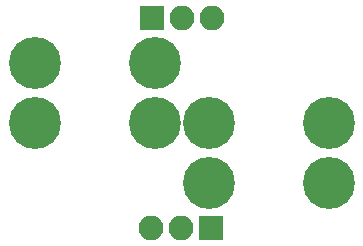
<source format=gbs>
G04 #@! TF.FileFunction,Soldermask,Bot*
%FSLAX46Y46*%
G04 Gerber Fmt 4.6, Leading zero omitted, Abs format (unit mm)*
G04 Created by KiCad (PCBNEW 4.0.7) date 04/16/19 16:10:46*
%MOMM*%
%LPD*%
G01*
G04 APERTURE LIST*
%ADD10C,0.100000*%
%ADD11C,4.400500*%
%ADD12R,2.100000X2.100000*%
%ADD13O,2.100000X2.100000*%
G04 APERTURE END LIST*
D10*
D11*
X-17526000Y-5080000D03*
X-27686000Y-5080000D03*
X-12954000Y-15240000D03*
X-2794000Y-15240000D03*
X-17526000Y-10160000D03*
X-27686000Y-10160000D03*
X-12954000Y-10160000D03*
X-2794000Y-10160000D03*
D12*
X-17780000Y-1270000D03*
D13*
X-15240000Y-1270000D03*
X-12700000Y-1270000D03*
D12*
X-12788900Y-19050000D03*
D13*
X-15328900Y-19050000D03*
X-17868900Y-19050000D03*
M02*

</source>
